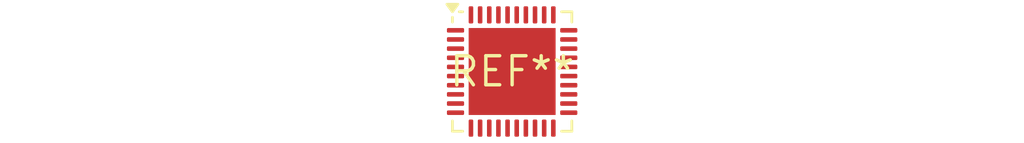
<source format=kicad_pcb>
(kicad_pcb (version 20240108) (generator pcbnew)
  (layers (0 "F.Cu" signal) (31 "B.Cu" signal) (34 "B.Paste" user) (35 "F.Paste" user) (36 "B.SilkS" user "B.Silkscreen") (37 "F.SilkS" user "F.Silkscreen") (38 "B.Mask" user) (39 "F.Mask" user) (44 "Edge.Cuts" user))
  (net 0 "")
  (footprint "UQFN-40-1EP_5x5mm_P0.4mm_EP3.8x3.8mm" (layer "F.Cu") (at 0 0)
    (property "Reference" "REF**")
    (property "Value" "UQFN-40-1EP_5x5mm_P0.4mm_EP3.8x3.8mm")
    (fp_line (start -2.61 -2.16) (end -2.61 -2.37) (layer "F.SilkS") (stroke (width 0.12)))
    (fp_line (start -2.61 2.61) (end -2.61 2.16) (layer "F.SilkS") (stroke (width 0.12)))
    (fp_line (start -2.16 -2.61) (end -2.31 -2.61) (layer "F.SilkS") (stroke (width 0.12)))
    (fp_line (start -2.16 2.61) (end -2.61 2.61) (layer "F.SilkS") (stroke (width 0.12)))
    (fp_line (start 2.16 -2.61) (end 2.61 -2.61) (layer "F.SilkS") (stroke (width 0.12)))
    (fp_line (start 2.16 2.61) (end 2.61 2.61) (layer "F.SilkS") (stroke (width 0.12)))
    (fp_line (start 2.61 -2.61) (end 2.61 -2.16) (layer "F.SilkS") (stroke (width 0.12)))
    (fp_line (start 2.61 2.61) (end 2.61 2.16) (layer "F.SilkS") (stroke (width 0.12)))
    (fp_poly (pts (xy -2.61 -2.61) (xy -2.85 -2.94) (xy -2.37 -2.94) (xy -2.61 -2.61)) (layer "F.SilkS") (stroke (width 0.12)) (fill solid))
    (pad "1" smd roundrect (at -2.475 -1.8) (size 0.75 0.2) (layers "F.Cu" "F.Paste" "F.Mask"))
    (pad "2" smd roundrect (at -2.475 -1.4) (size 0.75 0.2) (layers "F.Cu" "F.Paste" "F.Mask"))
    (pad "3" smd roundrect (at -2.475 -1) (size 0.75 0.2) (layers "F.Cu" "F.Paste" "F.Mask"))
    (pad "4" smd roundrect (at -2.475 -0.6) (size 0.75 0.2) (layers "F.Cu" "F.Paste" "F.Mask"))
    (pad "5" smd roundrect (at -2.475 -0.2) (size 0.75 0.2) (layers "F.Cu" "F.Paste" "F.Mask"))
    (pad "6" smd roundrect (at -2.475 0.2) (size 0.75 0.2) (layers "F.Cu" "F.Paste" "F.Mask"))
    (pad "7" smd roundrect (at -2.475 0.6) (size 0.75 0.2) (layers "F.Cu" "F.Paste" "F.Mask"))
    (pad "8" smd roundrect (at -2.475 1) (size 0.75 0.2) (layers "F.Cu" "F.Paste" "F.Mask"))
    (pad "9" smd roundrect (at -2.475 1.4) (size 0.75 0.2) (layers "F.Cu" "F.Paste" "F.Mask"))
    (pad "10" smd roundrect (at -2.475 1.8) (size 0.75 0.2) (layers "F.Cu" "F.Paste" "F.Mask"))
    (pad "11" smd roundrect (at -1.8 2.475) (size 0.2 0.75) (layers "F.Cu" "F.Paste" "F.Mask"))
    (pad "12" smd roundrect (at -1.4 2.475) (size 0.2 0.75) (layers "F.Cu" "F.Paste" "F.Mask"))
    (pad "13" smd roundrect (at -1 2.475) (size 0.2 0.75) (layers "F.Cu" "F.Paste" "F.Mask"))
    (pad "14" smd roundrect (at -0.6 2.475) (size 0.2 0.75) (layers "F.Cu" "F.Paste" "F.Mask"))
    (pad "15" smd roundrect (at -0.2 2.475) (size 0.2 0.75) (layers "F.Cu" "F.Paste" "F.Mask"))
    (pad "16" smd roundrect (at 0.2 2.475) (size 0.2 0.75) (layers "F.Cu" "F.Paste" "F.Mask"))
    (pad "17" smd roundrect (at 0.6 2.475) (size 0.2 0.75) (layers "F.Cu" "F.Paste" "F.Mask"))
    (pad "18" smd roundrect (at 1 2.475) (size 0.2 0.75) (layers "F.Cu" "F.Paste" "F.Mask"))
    (pad "19" smd roundrect (at 1.4 2.475) (size 0.2 0.75) (layers "F.Cu" "F.Paste" "F.Mask"))
    (pad "20" smd roundrect (at 1.8 2.475) (size 0.2 0.75) (layers "F.Cu" "F.Paste" "F.Mask"))
    (pad "21" smd roundrect (at 2.475 1.8) (size 0.75 0.2) (layers "F.Cu" "F.Paste" "F.Mask"))
    (pad "22" smd roundrect (at 2.475 1.4) (size 0.75 0.2) (layers "F.Cu" "F.Paste" "F.Mask"))
    (pad "23" smd roundrect (at 2.475 1) (size 0.75 0.2) (layers "F.Cu" "F.Paste" "F.Mask"))
    (pad "24" smd roundrect (at 2.475 0.6) (size 0.75 0.2) (layers "F.Cu" "F.Paste" "F.Mask"))
    (pad "25" smd roundrect (at 2.475 0.2) (size 0.75 0.2) (layers "F.Cu" "F.Paste" "F.Mask"))
    (pad "26" smd roundrect (at 2.475 -0.2) (size 0.75 0.2) (layers "F.Cu" "F.Paste" "F.Mask"))
    (pad "27" smd roundrect (at 2.475 -0.6) (size 0.75 0.2) (layers "F.Cu" "F.Paste" "F.Mask"))
    (pad "28" smd roundrect (at 2.475 -1) (size 0.75 0.2) (layers "F.Cu" "F.Paste" "F.Mask"))
    (pad "29" smd roundrect (at 2.475 -1.4) (size 0.75 0.2) (layers "F.Cu" "F.Paste" "F.Mask"))
    (pad "30" smd roundrect (at 2.475 -1.8) (size 0.75 0.2) (layers "F.Cu" "F.Paste" "F.Mask"))
    (pad "31" smd roundrect (at 1.8 -2.475) (size 0.2 0.75) (layers "F.Cu" "F.Paste" "F.Mask"))
    (pad "32" smd roundrect (at 1.4 -2.475) (size 0.2 0.75) (layers "F.Cu" "F.Paste" "F.Mask"))
    (pad "33" smd roundrect (at 1 -2.475) (size 0.2 0.75) (layers "F.Cu" "F.Paste" "F.Mask"))
    (pad "34" smd roundrect (at 0.6 -2.475) (size 0.2 0.75) (layers "F.Cu" "F.Paste" "F.Mask"))
    (pad "35" smd roundrect (at 0.2 -2.475) (size 0.2 0.75) (layers "F.Cu" "F.Paste" "F.Mask"))
    (pad "36" smd roundrect (at -0.2 -2.475) (size 0.2 0.75) (layers "F.Cu" "F.Paste" "F.Mask"))
    (pad "37" smd roundrect (at -0.6 -2.475) (size 0.2 0.75) (layers "F.Cu" "F.Paste" "F.Mask"))
    (pad "38" smd roundrect (at -1 -2.475) (size 0.2 0.75) (layers "F.Cu" "F.Paste" "F.Mask"))
    (pad "39" smd roundrect (at -1.4 -2.475) (size 0.2 0.75) (layers "F.Cu" "F.Paste" "F.Mask"))
    (pad "40" smd roundrect (at -1.8 -2.475) (size 0.2 0.75) (layers "F.Cu" "F.Paste" "F.Mask"))
    (pad "41" smd rect (at 0 0) (size 3.8 3.8) (property pad_prop_heatsink) (layers "F.Cu" "F.Mask"))
  )
)
</source>
